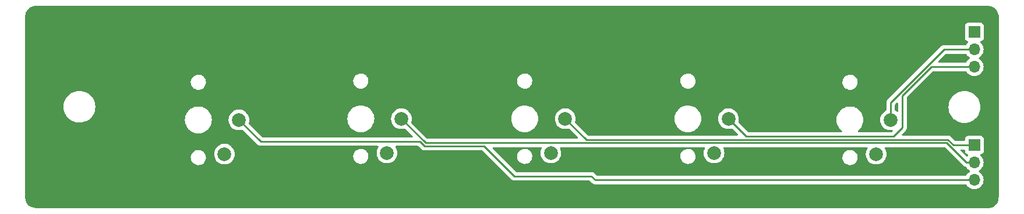
<source format=gbr>
%TF.GenerationSoftware,KiCad,Pcbnew,7.0.1*%
%TF.CreationDate,2023-12-15T14:23:58-05:00*%
%TF.ProjectId,fret,66726574-2e6b-4696-9361-645f70636258,rev?*%
%TF.SameCoordinates,Original*%
%TF.FileFunction,Copper,L2,Bot*%
%TF.FilePolarity,Positive*%
%FSLAX46Y46*%
G04 Gerber Fmt 4.6, Leading zero omitted, Abs format (unit mm)*
G04 Created by KiCad (PCBNEW 7.0.1) date 2023-12-15 14:23:58*
%MOMM*%
%LPD*%
G01*
G04 APERTURE LIST*
%TA.AperFunction,ComponentPad*%
%ADD10C,2.000000*%
%TD*%
%TA.AperFunction,ComponentPad*%
%ADD11R,1.700000X1.700000*%
%TD*%
%TA.AperFunction,ComponentPad*%
%ADD12O,1.700000X1.700000*%
%TD*%
%TA.AperFunction,Conductor*%
%ADD13C,0.250000*%
%TD*%
G04 APERTURE END LIST*
D10*
%TO.P,SW5,2,2*%
%TO.N,gnd*%
X204968000Y-98864000D03*
%TO.P,SW5,1,1*%
%TO.N,orange*%
X207068000Y-93864000D03*
%TD*%
%TO.P,SW4,1,1*%
%TO.N,blue*%
X183500000Y-93698000D03*
%TO.P,SW4,2,2*%
%TO.N,gnd*%
X181400000Y-98698000D03*
%TD*%
D11*
%TO.P,J1,1,Pin_1*%
%TO.N,yellow*%
X219227000Y-97551000D03*
D12*
%TO.P,J1,2,Pin_2*%
%TO.N,red*%
X219227000Y-100091000D03*
%TO.P,J1,3,Pin_3*%
%TO.N,green*%
X219227000Y-102631000D03*
%TD*%
D10*
%TO.P,SW2,2,2*%
%TO.N,gnd*%
X133856000Y-98698000D03*
%TO.P,SW2,1,1*%
%TO.N,red*%
X135956000Y-93698000D03*
%TD*%
D11*
%TO.P,J2,1,Pin_1*%
%TO.N,gnd*%
X219227000Y-81041000D03*
D12*
%TO.P,J2,2,Pin_2*%
%TO.N,orange*%
X219227000Y-83581000D03*
%TO.P,J2,3,Pin_3*%
%TO.N,blue*%
X219227000Y-86121000D03*
%TD*%
D10*
%TO.P,SW3,2,2*%
%TO.N,gnd*%
X157678000Y-98698000D03*
%TO.P,SW3,1,1*%
%TO.N,yellow*%
X159778000Y-93698000D03*
%TD*%
%TO.P,SW1,1,1*%
%TO.N,green*%
X112342000Y-93864000D03*
%TO.P,SW1,2,2*%
%TO.N,gnd*%
X110242000Y-98864000D03*
%TD*%
D13*
%TO.N,green*%
X164099000Y-102631000D02*
X219227000Y-102631000D01*
X163576000Y-102108000D02*
X164099000Y-102631000D01*
X152400000Y-102108000D02*
X163576000Y-102108000D01*
X147966000Y-97674000D02*
X152400000Y-102108000D01*
X139295604Y-97674000D02*
X147966000Y-97674000D01*
X138649604Y-97028000D02*
X139295604Y-97674000D01*
X115506000Y-97028000D02*
X138649604Y-97028000D01*
X112342000Y-93864000D02*
X115506000Y-97028000D01*
%TO.N,red*%
X218072604Y-100091000D02*
X219227000Y-100091000D01*
X139482000Y-97224000D02*
X215205604Y-97224000D01*
X215205604Y-97224000D02*
X218072604Y-100091000D01*
X135956000Y-93698000D02*
X139482000Y-97224000D01*
%TO.N,yellow*%
X215392000Y-96774000D02*
X216169000Y-97551000D01*
X162854000Y-96774000D02*
X215392000Y-96774000D01*
X216169000Y-97551000D02*
X219227000Y-97551000D01*
X159778000Y-93698000D02*
X162854000Y-96774000D01*
%TO.N,blue*%
X186068000Y-96266000D02*
X183500000Y-93698000D01*
X207518000Y-96266000D02*
X186068000Y-96266000D01*
X208788000Y-94996000D02*
X207518000Y-96266000D01*
X208788000Y-90298396D02*
X208788000Y-94996000D01*
X212965396Y-86121000D02*
X208788000Y-90298396D01*
X219227000Y-86121000D02*
X212965396Y-86121000D01*
%TO.N,orange*%
X214884000Y-83566000D02*
X214899000Y-83581000D01*
X214899000Y-83581000D02*
X219227000Y-83581000D01*
X207068000Y-91382000D02*
X214884000Y-83566000D01*
X207068000Y-93864000D02*
X207068000Y-91382000D01*
%TD*%
%TA.AperFunction,NonConductor*%
G36*
X221361279Y-77242623D02*
G01*
X221657544Y-77298173D01*
X221663160Y-77299226D01*
X221676412Y-77302474D01*
X221887463Y-77366706D01*
X221911109Y-77376680D01*
X221970851Y-77409538D01*
X222092074Y-77476211D01*
X222106716Y-77485662D01*
X222292615Y-77625086D01*
X222305896Y-77636604D01*
X222410188Y-77740895D01*
X222426813Y-77761523D01*
X222595951Y-78024625D01*
X222602554Y-78036225D01*
X222673683Y-78178486D01*
X222682806Y-78202821D01*
X222747494Y-78452331D01*
X222750504Y-78468070D01*
X222778544Y-78692392D01*
X222779502Y-78707725D01*
X222789497Y-105094795D01*
X222789069Y-105105139D01*
X222769874Y-105335484D01*
X222768816Y-105344330D01*
X222721573Y-105646687D01*
X222714698Y-105672307D01*
X222604984Y-105955737D01*
X222590930Y-105982083D01*
X222401136Y-106253218D01*
X222373542Y-106281614D01*
X222012432Y-106550131D01*
X221985111Y-106565508D01*
X221692970Y-106684189D01*
X221665893Y-106691750D01*
X221435572Y-106728601D01*
X221424230Y-106729883D01*
X221284113Y-106739225D01*
X221275864Y-106739500D01*
X82836899Y-106739500D01*
X82823205Y-106738742D01*
X82480120Y-106700620D01*
X82460380Y-106696786D01*
X82231595Y-106632727D01*
X82209575Y-106624228D01*
X81988652Y-106513767D01*
X81972597Y-106504162D01*
X81816156Y-106393733D01*
X81804982Y-106384839D01*
X81633009Y-106230968D01*
X81611250Y-106205401D01*
X81467782Y-105981233D01*
X81455775Y-105956999D01*
X81315793Y-105574380D01*
X81308903Y-105544537D01*
X81281158Y-105276337D01*
X81280500Y-105263577D01*
X81280500Y-99311396D01*
X105337746Y-99311396D01*
X105347746Y-99521330D01*
X105397297Y-99725580D01*
X105484602Y-99916752D01*
X105591584Y-100066986D01*
X105606514Y-100087952D01*
X105758622Y-100232986D01*
X105830964Y-100279478D01*
X105935425Y-100346612D01*
X105974580Y-100362287D01*
X106130543Y-100424725D01*
X106259228Y-100449527D01*
X106336914Y-100464500D01*
X106336915Y-100464500D01*
X106494420Y-100464500D01*
X106494425Y-100464500D01*
X106651218Y-100449528D01*
X106852875Y-100390316D01*
X107039682Y-100294011D01*
X107204886Y-100164092D01*
X107342519Y-100005256D01*
X107447604Y-99823244D01*
X107516344Y-99624633D01*
X107546254Y-99416602D01*
X107536254Y-99206670D01*
X107486704Y-99002424D01*
X107478123Y-98983634D01*
X107423488Y-98863999D01*
X108736356Y-98863999D01*
X108756891Y-99111816D01*
X108756891Y-99111819D01*
X108756892Y-99111821D01*
X108817937Y-99352881D01*
X108844382Y-99413170D01*
X108917825Y-99580604D01*
X108917827Y-99580607D01*
X109053836Y-99788785D01*
X109222256Y-99971738D01*
X109222259Y-99971740D01*
X109418485Y-100124470D01*
X109418487Y-100124471D01*
X109418491Y-100124474D01*
X109637190Y-100242828D01*
X109872386Y-100323571D01*
X110117665Y-100364500D01*
X110366335Y-100364500D01*
X110611614Y-100323571D01*
X110846810Y-100242828D01*
X111065509Y-100124474D01*
X111261744Y-99971738D01*
X111430164Y-99788785D01*
X111566173Y-99580607D01*
X111666063Y-99352881D01*
X111718605Y-99145398D01*
X128951746Y-99145398D01*
X128955281Y-99219599D01*
X128961746Y-99355330D01*
X129011297Y-99559580D01*
X129098602Y-99750752D01*
X129173259Y-99855592D01*
X129220514Y-99921952D01*
X129372622Y-100066986D01*
X129444964Y-100113478D01*
X129549425Y-100180612D01*
X129588580Y-100196287D01*
X129744543Y-100258725D01*
X129873228Y-100283527D01*
X129950914Y-100298500D01*
X129950915Y-100298500D01*
X130108420Y-100298500D01*
X130108425Y-100298500D01*
X130265218Y-100283528D01*
X130466875Y-100224316D01*
X130653682Y-100128011D01*
X130818886Y-99998092D01*
X130956519Y-99839256D01*
X131061604Y-99657244D01*
X131130344Y-99458633D01*
X131160254Y-99250602D01*
X131150254Y-99040670D01*
X131100704Y-98836424D01*
X131089206Y-98811247D01*
X131013397Y-98645247D01*
X130891487Y-98474050D01*
X130891486Y-98474048D01*
X130739378Y-98329014D01*
X130695010Y-98300500D01*
X130562574Y-98215387D01*
X130399650Y-98150163D01*
X130367457Y-98137275D01*
X130367456Y-98137274D01*
X130367454Y-98137274D01*
X130161086Y-98097500D01*
X130161085Y-98097500D01*
X130003575Y-98097500D01*
X129905579Y-98106857D01*
X129846779Y-98112472D01*
X129645126Y-98171683D01*
X129458315Y-98267990D01*
X129293115Y-98397906D01*
X129155479Y-98556745D01*
X129050396Y-98738754D01*
X128981655Y-98937366D01*
X128951746Y-99145396D01*
X128951746Y-99145398D01*
X111718605Y-99145398D01*
X111727108Y-99111821D01*
X111747643Y-98864000D01*
X111727108Y-98616179D01*
X111666063Y-98375119D01*
X111566173Y-98147393D01*
X111430164Y-97939215D01*
X111261744Y-97756262D01*
X111213206Y-97718483D01*
X111065514Y-97603529D01*
X111065510Y-97603526D01*
X111065509Y-97603526D01*
X110846810Y-97485172D01*
X110846806Y-97485170D01*
X110846805Y-97485170D01*
X110611615Y-97404429D01*
X110366335Y-97363500D01*
X110117665Y-97363500D01*
X109872384Y-97404429D01*
X109637194Y-97485170D01*
X109637190Y-97485171D01*
X109637190Y-97485172D01*
X109613264Y-97498120D01*
X109418485Y-97603529D01*
X109222259Y-97756259D01*
X109222256Y-97756261D01*
X109222256Y-97756262D01*
X109098304Y-97890910D01*
X109053837Y-97939214D01*
X108917825Y-98147395D01*
X108833860Y-98338818D01*
X108817937Y-98375119D01*
X108770129Y-98563908D01*
X108756891Y-98616183D01*
X108736356Y-98863999D01*
X107423488Y-98863999D01*
X107399397Y-98811247D01*
X107281188Y-98645247D01*
X107277486Y-98640048D01*
X107125378Y-98495014D01*
X107092754Y-98474048D01*
X106948574Y-98381387D01*
X106767605Y-98308939D01*
X106753457Y-98303275D01*
X106753456Y-98303274D01*
X106753454Y-98303274D01*
X106547086Y-98263500D01*
X106547085Y-98263500D01*
X106389575Y-98263500D01*
X106291579Y-98272857D01*
X106232779Y-98278472D01*
X106031126Y-98337683D01*
X105844315Y-98433990D01*
X105679115Y-98563906D01*
X105541479Y-98722745D01*
X105436396Y-98904754D01*
X105367655Y-99103366D01*
X105337746Y-99311396D01*
X81280500Y-99311396D01*
X81280500Y-91947999D01*
X86835286Y-91947999D01*
X86855123Y-92250659D01*
X86914293Y-92548125D01*
X87011787Y-92835333D01*
X87145934Y-93107356D01*
X87283392Y-93313077D01*
X87314441Y-93359544D01*
X87514422Y-93587578D01*
X87640333Y-93697999D01*
X87742456Y-93787559D01*
X87994643Y-93956065D01*
X88266666Y-94090212D01*
X88410269Y-94138958D01*
X88553873Y-94187706D01*
X88653941Y-94207610D01*
X88851340Y-94246876D01*
X88851342Y-94246876D01*
X88851347Y-94246877D01*
X89154000Y-94266714D01*
X89456653Y-94246877D01*
X89456657Y-94246876D01*
X89456659Y-94246876D01*
X89581487Y-94222046D01*
X89754127Y-94187706D01*
X90041333Y-94090212D01*
X90313357Y-93956065D01*
X90451143Y-93863999D01*
X104486517Y-93863999D01*
X104506422Y-94142294D01*
X104565727Y-94414918D01*
X104565729Y-94414923D01*
X104663231Y-94676337D01*
X104663233Y-94676340D01*
X104796942Y-94921211D01*
X104834766Y-94971738D01*
X104964145Y-95144568D01*
X105161432Y-95341855D01*
X105311844Y-95454452D01*
X105384788Y-95509057D01*
X105472331Y-95556858D01*
X105629663Y-95642769D01*
X105891077Y-95740271D01*
X105891080Y-95740271D01*
X105891081Y-95740272D01*
X105929883Y-95748712D01*
X106163706Y-95799578D01*
X106357420Y-95813432D01*
X106372342Y-95814500D01*
X106372343Y-95814500D01*
X106511657Y-95814500D01*
X106511658Y-95814500D01*
X106525583Y-95813503D01*
X106720294Y-95799578D01*
X106992923Y-95740271D01*
X107254337Y-95642769D01*
X107499213Y-95509056D01*
X107722568Y-95341855D01*
X107919855Y-95144568D01*
X108087056Y-94921213D01*
X108220769Y-94676337D01*
X108318271Y-94414923D01*
X108377578Y-94142294D01*
X108397482Y-93864000D01*
X110836356Y-93864000D01*
X110856891Y-94111816D01*
X110856891Y-94111819D01*
X110856892Y-94111821D01*
X110917937Y-94352881D01*
X110945011Y-94414604D01*
X111017825Y-94580604D01*
X111017827Y-94580607D01*
X111153836Y-94788785D01*
X111322256Y-94971738D01*
X111331034Y-94978570D01*
X111518485Y-95124470D01*
X111518487Y-95124471D01*
X111518491Y-95124474D01*
X111737190Y-95242828D01*
X111972386Y-95323571D01*
X112217665Y-95364500D01*
X112466335Y-95364500D01*
X112711614Y-95323571D01*
X112791287Y-95296218D01*
X112859496Y-95292691D01*
X112919229Y-95325819D01*
X115005197Y-97411787D01*
X115018098Y-97427889D01*
X115020212Y-97429874D01*
X115020214Y-97429877D01*
X115067561Y-97474339D01*
X115069240Y-97475916D01*
X115072035Y-97478625D01*
X115091530Y-97498120D01*
X115094704Y-97500582D01*
X115103568Y-97508153D01*
X115135418Y-97538062D01*
X115145914Y-97543832D01*
X115152974Y-97547714D01*
X115169231Y-97558392D01*
X115185064Y-97570674D01*
X115201185Y-97577649D01*
X115225156Y-97588023D01*
X115235643Y-97593160D01*
X115273908Y-97614197D01*
X115293316Y-97619180D01*
X115311710Y-97625478D01*
X115330105Y-97633438D01*
X115373254Y-97640271D01*
X115384680Y-97642638D01*
X115400222Y-97646629D01*
X115426980Y-97653500D01*
X115426981Y-97653500D01*
X115447016Y-97653500D01*
X115466413Y-97655026D01*
X115486196Y-97658160D01*
X115529674Y-97654050D01*
X115541344Y-97653500D01*
X132516918Y-97653500D01*
X132580392Y-97670977D01*
X132625973Y-97718483D01*
X132640812Y-97782624D01*
X132620727Y-97845319D01*
X132584602Y-97900615D01*
X132531825Y-97981395D01*
X132446245Y-98176500D01*
X132431937Y-98209119D01*
X132371223Y-98448872D01*
X132370891Y-98450183D01*
X132350356Y-98698000D01*
X132370891Y-98945816D01*
X132370891Y-98945819D01*
X132370892Y-98945821D01*
X132431937Y-99186881D01*
X132459888Y-99250602D01*
X132531825Y-99414604D01*
X132531827Y-99414607D01*
X132667836Y-99622785D01*
X132836256Y-99805738D01*
X132836259Y-99805740D01*
X133032485Y-99958470D01*
X133032487Y-99958471D01*
X133032491Y-99958474D01*
X133251190Y-100076828D01*
X133486386Y-100157571D01*
X133731665Y-100198500D01*
X133980335Y-100198500D01*
X134225614Y-100157571D01*
X134460810Y-100076828D01*
X134679509Y-99958474D01*
X134875744Y-99805738D01*
X135044164Y-99622785D01*
X135180173Y-99414607D01*
X135280063Y-99186881D01*
X135341108Y-98945821D01*
X135361643Y-98698000D01*
X135341108Y-98450179D01*
X135280063Y-98209119D01*
X135180173Y-97981393D01*
X135091272Y-97845319D01*
X135071188Y-97782624D01*
X135086027Y-97718483D01*
X135131608Y-97670977D01*
X135195082Y-97653500D01*
X138339152Y-97653500D01*
X138386605Y-97662939D01*
X138426832Y-97689818D01*
X138622832Y-97885819D01*
X138794800Y-98057787D01*
X138807700Y-98073888D01*
X138858827Y-98121900D01*
X138861624Y-98124611D01*
X138881133Y-98144120D01*
X138884315Y-98146588D01*
X138893175Y-98154155D01*
X138925022Y-98184062D01*
X138935851Y-98190015D01*
X138942576Y-98193712D01*
X138958840Y-98204396D01*
X138970576Y-98213499D01*
X138974668Y-98216673D01*
X138999513Y-98227424D01*
X139014756Y-98234021D01*
X139025235Y-98239154D01*
X139063512Y-98260197D01*
X139082910Y-98265177D01*
X139101312Y-98271477D01*
X139119708Y-98279438D01*
X139162865Y-98286273D01*
X139174268Y-98288634D01*
X139216585Y-98299500D01*
X139236620Y-98299500D01*
X139256017Y-98301026D01*
X139275800Y-98304160D01*
X139319278Y-98300050D01*
X139330948Y-98299500D01*
X147655548Y-98299500D01*
X147703001Y-98308939D01*
X147743229Y-98335819D01*
X151899196Y-102491787D01*
X151912096Y-102507888D01*
X151963223Y-102555900D01*
X151966020Y-102558611D01*
X151985529Y-102578120D01*
X151988711Y-102580588D01*
X151997571Y-102588155D01*
X152029418Y-102618062D01*
X152046972Y-102627712D01*
X152063236Y-102638396D01*
X152074972Y-102647499D01*
X152079064Y-102650673D01*
X152103909Y-102661424D01*
X152119152Y-102668021D01*
X152129631Y-102673154D01*
X152167908Y-102694197D01*
X152187306Y-102699177D01*
X152205708Y-102705477D01*
X152224104Y-102713438D01*
X152267261Y-102720273D01*
X152278664Y-102722634D01*
X152320981Y-102733500D01*
X152341016Y-102733500D01*
X152360413Y-102735026D01*
X152380196Y-102738160D01*
X152423674Y-102734050D01*
X152435344Y-102733500D01*
X163265548Y-102733500D01*
X163313001Y-102742939D01*
X163353229Y-102769819D01*
X163598197Y-103014787D01*
X163611098Y-103030889D01*
X163613212Y-103032874D01*
X163613214Y-103032877D01*
X163660561Y-103077339D01*
X163662240Y-103078916D01*
X163665035Y-103081625D01*
X163684530Y-103101120D01*
X163687704Y-103103582D01*
X163696568Y-103111153D01*
X163728418Y-103141062D01*
X163738914Y-103146832D01*
X163745974Y-103150714D01*
X163762231Y-103161392D01*
X163778064Y-103173674D01*
X163794185Y-103180649D01*
X163818156Y-103191023D01*
X163828643Y-103196160D01*
X163866908Y-103217197D01*
X163886316Y-103222180D01*
X163904710Y-103228478D01*
X163923105Y-103236438D01*
X163966254Y-103243271D01*
X163977680Y-103245638D01*
X163993222Y-103249629D01*
X164019980Y-103256500D01*
X164019981Y-103256500D01*
X164040016Y-103256500D01*
X164059413Y-103258026D01*
X164079196Y-103261160D01*
X164122674Y-103257050D01*
X164134344Y-103256500D01*
X217951773Y-103256500D01*
X218009030Y-103270511D01*
X218053346Y-103309374D01*
X218188505Y-103502401D01*
X218355599Y-103669495D01*
X218549170Y-103805035D01*
X218763337Y-103904903D01*
X218991592Y-103966063D01*
X219227000Y-103986659D01*
X219462408Y-103966063D01*
X219690663Y-103904903D01*
X219904830Y-103805035D01*
X220098401Y-103669495D01*
X220265495Y-103502401D01*
X220401035Y-103308830D01*
X220500903Y-103094663D01*
X220562063Y-102866408D01*
X220582659Y-102631000D01*
X220562063Y-102395592D01*
X220500903Y-102167337D01*
X220401035Y-101953171D01*
X220265495Y-101759599D01*
X220098401Y-101592505D01*
X219912839Y-101462573D01*
X219873975Y-101418257D01*
X219859964Y-101361000D01*
X219873975Y-101303743D01*
X219912839Y-101259426D01*
X220098401Y-101129495D01*
X220265495Y-100962401D01*
X220401035Y-100768830D01*
X220500903Y-100554663D01*
X220562063Y-100326408D01*
X220582659Y-100091000D01*
X220562063Y-99855592D01*
X220500903Y-99627337D01*
X220401035Y-99413171D01*
X220265495Y-99219599D01*
X220143569Y-99097673D01*
X220112273Y-99044927D01*
X220110084Y-98983634D01*
X220137537Y-98928789D01*
X220187916Y-98893810D01*
X220319331Y-98844796D01*
X220434546Y-98758546D01*
X220520796Y-98643331D01*
X220571091Y-98508483D01*
X220577500Y-98448873D01*
X220577499Y-96653128D01*
X220571091Y-96593517D01*
X220520796Y-96458669D01*
X220434546Y-96343454D01*
X220319331Y-96257204D01*
X220184483Y-96206909D01*
X220124873Y-96200500D01*
X220124869Y-96200500D01*
X218329130Y-96200500D01*
X218269515Y-96206909D01*
X218134669Y-96257204D01*
X218019454Y-96343454D01*
X217933204Y-96458668D01*
X217882909Y-96593516D01*
X217876500Y-96653131D01*
X217876500Y-96801500D01*
X217859887Y-96863500D01*
X217814500Y-96908887D01*
X217752500Y-96925500D01*
X216479452Y-96925500D01*
X216431999Y-96916061D01*
X216391771Y-96889181D01*
X215892802Y-96390211D01*
X215879906Y-96374113D01*
X215828775Y-96326098D01*
X215825978Y-96323387D01*
X215806470Y-96303879D01*
X215803290Y-96301412D01*
X215794424Y-96293839D01*
X215762582Y-96263938D01*
X215745024Y-96254285D01*
X215728764Y-96243604D01*
X215712936Y-96231327D01*
X215672851Y-96213980D01*
X215662361Y-96208841D01*
X215624091Y-96187802D01*
X215604691Y-96182821D01*
X215586284Y-96176519D01*
X215567897Y-96168562D01*
X215524758Y-96161729D01*
X215513324Y-96159361D01*
X215471019Y-96148500D01*
X215450984Y-96148500D01*
X215431586Y-96146973D01*
X215424162Y-96145797D01*
X215411805Y-96143840D01*
X215411804Y-96143840D01*
X215378751Y-96146964D01*
X215368325Y-96147950D01*
X215356656Y-96148500D01*
X208819452Y-96148500D01*
X208763157Y-96134985D01*
X208719134Y-96097385D01*
X208696979Y-96043898D01*
X208701521Y-95986182D01*
X208731771Y-95936819D01*
X208928319Y-95740271D01*
X209171789Y-95496800D01*
X209187885Y-95483906D01*
X209189873Y-95481787D01*
X209189877Y-95481786D01*
X209235948Y-95432723D01*
X209238566Y-95430023D01*
X209258120Y-95410471D01*
X209260581Y-95407298D01*
X209268156Y-95398427D01*
X209298062Y-95366582D01*
X209307717Y-95349018D01*
X209318394Y-95332764D01*
X209330673Y-95316936D01*
X209348018Y-95276852D01*
X209353160Y-95266356D01*
X209374197Y-95228092D01*
X209379179Y-95208684D01*
X209385481Y-95190280D01*
X209393437Y-95171896D01*
X209400269Y-95128752D01*
X209402633Y-95117338D01*
X209413500Y-95075019D01*
X209413500Y-95054984D01*
X209415027Y-95035585D01*
X209415068Y-95035321D01*
X209418160Y-95015804D01*
X209414050Y-94972325D01*
X209413500Y-94960656D01*
X209413500Y-91999999D01*
X215475039Y-91999999D01*
X215494929Y-92303474D01*
X215554259Y-92601744D01*
X215652014Y-92889721D01*
X215786524Y-93162480D01*
X215928604Y-93375119D01*
X215955484Y-93415347D01*
X216156004Y-93643996D01*
X216319706Y-93787559D01*
X216384653Y-93844516D01*
X216637519Y-94013475D01*
X216910278Y-94147985D01*
X217198255Y-94245740D01*
X217496525Y-94305070D01*
X217496527Y-94305070D01*
X217496532Y-94305071D01*
X217800000Y-94324961D01*
X218103468Y-94305071D01*
X218103472Y-94305070D01*
X218103474Y-94305070D01*
X218401744Y-94245740D01*
X218689721Y-94147985D01*
X218689720Y-94147985D01*
X218689724Y-94147984D01*
X218962481Y-94013475D01*
X219215347Y-93844516D01*
X219443996Y-93643996D01*
X219644516Y-93415347D01*
X219813475Y-93162481D01*
X219947984Y-92889724D01*
X220045740Y-92601744D01*
X220048025Y-92590259D01*
X220105070Y-92303474D01*
X220105070Y-92303472D01*
X220105071Y-92303468D01*
X220124961Y-92000000D01*
X220105071Y-91696532D01*
X220104259Y-91692452D01*
X220045740Y-91398255D01*
X219947985Y-91110278D01*
X219813475Y-90837520D01*
X219644516Y-90584653D01*
X219620691Y-90557486D01*
X219443996Y-90356004D01*
X219215347Y-90155484D01*
X219144940Y-90108440D01*
X218962480Y-89986524D01*
X218689721Y-89852014D01*
X218401744Y-89754259D01*
X218103474Y-89694929D01*
X217800000Y-89675039D01*
X217496525Y-89694929D01*
X217198255Y-89754259D01*
X216910278Y-89852014D01*
X216637520Y-89986524D01*
X216384653Y-90155483D01*
X216156004Y-90356004D01*
X215955483Y-90584653D01*
X215786524Y-90837520D01*
X215652014Y-91110278D01*
X215554259Y-91398255D01*
X215494929Y-91696525D01*
X215475039Y-91999999D01*
X209413500Y-91999999D01*
X209413500Y-90608848D01*
X209422939Y-90561395D01*
X209449819Y-90521167D01*
X213188168Y-86782819D01*
X213228396Y-86755939D01*
X213275849Y-86746500D01*
X217951773Y-86746500D01*
X218009030Y-86760511D01*
X218053346Y-86799374D01*
X218188505Y-86992401D01*
X218355599Y-87159495D01*
X218549170Y-87295035D01*
X218763337Y-87394903D01*
X218991592Y-87456063D01*
X219226999Y-87476659D01*
X219226999Y-87476658D01*
X219227000Y-87476659D01*
X219462408Y-87456063D01*
X219690663Y-87394903D01*
X219904830Y-87295035D01*
X220098401Y-87159495D01*
X220265495Y-86992401D01*
X220401035Y-86798830D01*
X220500903Y-86584663D01*
X220562063Y-86356408D01*
X220582659Y-86121000D01*
X220562063Y-85885592D01*
X220500903Y-85657337D01*
X220401035Y-85443171D01*
X220265495Y-85249599D01*
X220098401Y-85082505D01*
X219912839Y-84952573D01*
X219873975Y-84908257D01*
X219859964Y-84851000D01*
X219873975Y-84793743D01*
X219912839Y-84749426D01*
X220098401Y-84619495D01*
X220265495Y-84452401D01*
X220401035Y-84258830D01*
X220500903Y-84044663D01*
X220562063Y-83816408D01*
X220582659Y-83581000D01*
X220562063Y-83345592D01*
X220500903Y-83117337D01*
X220401035Y-82903171D01*
X220265495Y-82709599D01*
X220143569Y-82587672D01*
X220112273Y-82534927D01*
X220110084Y-82473634D01*
X220137537Y-82418789D01*
X220187916Y-82383810D01*
X220319331Y-82334796D01*
X220434546Y-82248546D01*
X220520796Y-82133331D01*
X220571091Y-81998483D01*
X220577500Y-81938873D01*
X220577499Y-80143128D01*
X220571091Y-80083517D01*
X220520796Y-79948669D01*
X220434546Y-79833454D01*
X220319331Y-79747204D01*
X220184483Y-79696909D01*
X220124873Y-79690500D01*
X220124869Y-79690500D01*
X218329130Y-79690500D01*
X218269515Y-79696909D01*
X218134669Y-79747204D01*
X218019454Y-79833454D01*
X217933204Y-79948668D01*
X217882909Y-80083516D01*
X217876500Y-80143130D01*
X217876500Y-81938869D01*
X217882909Y-81998483D01*
X217933204Y-82133331D01*
X218019454Y-82248546D01*
X218134669Y-82334796D01*
X218246907Y-82376658D01*
X218266082Y-82383810D01*
X218316462Y-82418789D01*
X218343915Y-82473634D01*
X218341726Y-82534926D01*
X218310431Y-82587673D01*
X218188503Y-82709601D01*
X218053349Y-82902623D01*
X218009031Y-82941489D01*
X217951774Y-82955500D01*
X215037692Y-82955500D01*
X215018294Y-82953973D01*
X215005098Y-82951883D01*
X214997447Y-82950424D01*
X214943329Y-82938327D01*
X214935165Y-82938584D01*
X214911883Y-82937119D01*
X214903804Y-82935839D01*
X214848579Y-82941059D01*
X214840808Y-82941548D01*
X214785368Y-82943290D01*
X214777520Y-82945571D01*
X214754605Y-82949943D01*
X214746467Y-82950712D01*
X214694285Y-82969498D01*
X214686882Y-82971904D01*
X214633609Y-82987381D01*
X214626567Y-82991546D01*
X214605471Y-83001473D01*
X214597772Y-83004245D01*
X214551895Y-83035422D01*
X214545323Y-83039593D01*
X214497576Y-83067831D01*
X214491795Y-83073612D01*
X214473824Y-83088480D01*
X214467062Y-83093075D01*
X214430376Y-83134686D01*
X214425045Y-83140362D01*
X206684208Y-90881199D01*
X206668110Y-90894096D01*
X206620096Y-90945225D01*
X206617391Y-90948017D01*
X206597874Y-90967534D01*
X206595415Y-90970705D01*
X206587842Y-90979572D01*
X206557935Y-91011420D01*
X206548285Y-91028974D01*
X206537609Y-91045228D01*
X206525326Y-91061063D01*
X206507975Y-91101158D01*
X206502838Y-91111644D01*
X206481802Y-91149907D01*
X206476821Y-91169309D01*
X206470520Y-91187711D01*
X206462561Y-91206102D01*
X206455728Y-91249242D01*
X206453360Y-91260674D01*
X206442500Y-91302978D01*
X206442500Y-91323016D01*
X206440973Y-91342413D01*
X206437840Y-91362196D01*
X206441249Y-91398255D01*
X206441950Y-91405675D01*
X206442500Y-91417344D01*
X206442500Y-92422481D01*
X206425023Y-92485955D01*
X206377519Y-92531534D01*
X206323440Y-92560801D01*
X206244485Y-92603529D01*
X206048259Y-92756259D01*
X206048256Y-92756261D01*
X206048256Y-92756262D01*
X205925396Y-92889724D01*
X205879837Y-92939214D01*
X205743825Y-93147395D01*
X205716752Y-93209117D01*
X205643937Y-93375119D01*
X205632646Y-93419706D01*
X205582891Y-93616183D01*
X205562356Y-93864000D01*
X205582891Y-94111816D01*
X205582891Y-94111819D01*
X205582892Y-94111821D01*
X205643937Y-94352881D01*
X205671011Y-94414604D01*
X205743825Y-94580604D01*
X205743827Y-94580607D01*
X205879836Y-94788785D01*
X206048256Y-94971738D01*
X206057034Y-94978570D01*
X206244485Y-95124470D01*
X206244487Y-95124471D01*
X206244491Y-95124474D01*
X206463190Y-95242828D01*
X206698386Y-95323571D01*
X206943665Y-95364500D01*
X207192333Y-95364500D01*
X207192335Y-95364500D01*
X207221734Y-95359594D01*
X207283373Y-95364958D01*
X207334748Y-95399439D01*
X207363066Y-95454452D01*
X207361277Y-95516300D01*
X207329826Y-95569582D01*
X207295226Y-95604182D01*
X207255001Y-95631061D01*
X207207547Y-95640500D01*
X202422185Y-95640500D01*
X202362758Y-95625332D01*
X202317870Y-95583540D01*
X202298501Y-95525346D01*
X202309391Y-95464989D01*
X202347873Y-95417233D01*
X202448568Y-95341855D01*
X202645855Y-95144568D01*
X202813056Y-94921213D01*
X202946769Y-94676337D01*
X203044271Y-94414923D01*
X203103578Y-94142294D01*
X203123482Y-93864000D01*
X203103578Y-93585706D01*
X203044271Y-93313077D01*
X202946769Y-93051663D01*
X202829810Y-92837469D01*
X202813057Y-92806788D01*
X202688790Y-92640787D01*
X202645855Y-92583432D01*
X202448568Y-92386145D01*
X202336890Y-92302544D01*
X202225211Y-92218942D01*
X202050124Y-92123338D01*
X201980337Y-92085231D01*
X201718923Y-91987729D01*
X201718918Y-91987727D01*
X201446294Y-91928422D01*
X201237658Y-91913500D01*
X201237657Y-91913500D01*
X201098343Y-91913500D01*
X201098342Y-91913500D01*
X200889705Y-91928422D01*
X200617081Y-91987727D01*
X200486369Y-92036480D01*
X200355663Y-92085231D01*
X200355660Y-92085232D01*
X200355659Y-92085233D01*
X200110788Y-92218942D01*
X199887429Y-92386147D01*
X199690147Y-92583429D01*
X199522942Y-92806788D01*
X199427601Y-92981393D01*
X199389231Y-93051663D01*
X199353644Y-93147077D01*
X199291727Y-93313081D01*
X199232422Y-93585705D01*
X199212517Y-93864000D01*
X199232422Y-94142294D01*
X199291727Y-94414918D01*
X199291729Y-94414923D01*
X199389231Y-94676337D01*
X199389233Y-94676340D01*
X199522942Y-94921211D01*
X199560766Y-94971738D01*
X199690145Y-95144568D01*
X199887432Y-95341855D01*
X199988126Y-95417233D01*
X200026609Y-95464989D01*
X200037499Y-95525346D01*
X200018130Y-95583540D01*
X199973242Y-95625332D01*
X199913815Y-95640500D01*
X186378453Y-95640500D01*
X186331000Y-95631061D01*
X186290772Y-95604181D01*
X184963661Y-94277070D01*
X184931791Y-94222307D01*
X184931136Y-94158949D01*
X184985108Y-93945821D01*
X185005643Y-93698000D01*
X184985108Y-93450179D01*
X184924063Y-93209119D01*
X184824173Y-92981393D01*
X184688164Y-92773215D01*
X184519744Y-92590262D01*
X184465609Y-92548127D01*
X184323514Y-92437529D01*
X184323510Y-92437526D01*
X184323509Y-92437526D01*
X184104810Y-92319172D01*
X184104806Y-92319170D01*
X184104805Y-92319170D01*
X183869615Y-92238429D01*
X183624335Y-92197500D01*
X183375665Y-92197500D01*
X183130384Y-92238429D01*
X182895194Y-92319170D01*
X182676485Y-92437529D01*
X182480259Y-92590259D01*
X182480256Y-92590261D01*
X182480256Y-92590262D01*
X182311836Y-92773215D01*
X182289902Y-92806788D01*
X182175825Y-92981395D01*
X182097705Y-93159492D01*
X182075937Y-93209119D01*
X182023713Y-93415346D01*
X182014891Y-93450183D01*
X181994356Y-93697999D01*
X182014891Y-93945816D01*
X182014891Y-93945819D01*
X182014892Y-93945821D01*
X182075937Y-94186881D01*
X182102254Y-94246877D01*
X182175825Y-94414604D01*
X182175827Y-94414607D01*
X182311836Y-94622785D01*
X182480256Y-94805738D01*
X182480259Y-94805740D01*
X182676485Y-94958470D01*
X182676487Y-94958471D01*
X182676491Y-94958474D01*
X182895190Y-95076828D01*
X183130386Y-95157571D01*
X183375665Y-95198500D01*
X183624335Y-95198500D01*
X183869614Y-95157571D01*
X183949287Y-95130218D01*
X184017496Y-95126691D01*
X184077229Y-95159819D01*
X184854228Y-95936819D01*
X184884478Y-95986182D01*
X184889020Y-96043898D01*
X184866865Y-96097385D01*
X184822842Y-96134985D01*
X184766547Y-96148500D01*
X163164452Y-96148500D01*
X163116999Y-96139061D01*
X163076771Y-96112181D01*
X161241660Y-94277070D01*
X161209790Y-94222307D01*
X161209136Y-94158949D01*
X161263108Y-93945821D01*
X161283643Y-93698000D01*
X175644517Y-93698000D01*
X175664422Y-93976294D01*
X175723727Y-94248918D01*
X175723729Y-94248923D01*
X175821231Y-94510337D01*
X175821233Y-94510340D01*
X175954942Y-94755211D01*
X175992766Y-94805738D01*
X176122145Y-94978568D01*
X176319432Y-95175855D01*
X176420230Y-95251311D01*
X176542788Y-95343057D01*
X176582897Y-95364958D01*
X176787663Y-95476769D01*
X177049077Y-95574271D01*
X177049080Y-95574271D01*
X177049081Y-95574272D01*
X177087883Y-95582712D01*
X177321706Y-95633578D01*
X177515420Y-95647432D01*
X177530342Y-95648500D01*
X177530343Y-95648500D01*
X177669657Y-95648500D01*
X177669658Y-95648500D01*
X177683583Y-95647503D01*
X177878294Y-95633578D01*
X178150923Y-95574271D01*
X178412337Y-95476769D01*
X178657213Y-95343056D01*
X178880568Y-95175855D01*
X179077855Y-94978568D01*
X179245056Y-94755213D01*
X179378769Y-94510337D01*
X179476271Y-94248923D01*
X179535578Y-93976294D01*
X179555482Y-93698000D01*
X179535578Y-93419706D01*
X179476271Y-93147077D01*
X179378769Y-92885663D01*
X179268728Y-92684139D01*
X179245057Y-92640788D01*
X179136946Y-92496369D01*
X179077855Y-92417432D01*
X178880568Y-92220145D01*
X178768890Y-92136544D01*
X178657211Y-92052942D01*
X178465021Y-91947999D01*
X178412337Y-91919231D01*
X178150923Y-91821729D01*
X178150918Y-91821727D01*
X177878294Y-91762422D01*
X177669658Y-91747500D01*
X177669657Y-91747500D01*
X177530343Y-91747500D01*
X177530342Y-91747500D01*
X177321705Y-91762422D01*
X177049081Y-91821727D01*
X176918369Y-91870480D01*
X176787663Y-91919231D01*
X176787660Y-91919232D01*
X176787659Y-91919233D01*
X176542788Y-92052942D01*
X176319429Y-92220147D01*
X176122147Y-92417429D01*
X175954942Y-92640788D01*
X175864300Y-92806788D01*
X175821231Y-92885663D01*
X175785526Y-92981393D01*
X175723727Y-93147081D01*
X175664422Y-93419705D01*
X175644517Y-93698000D01*
X161283643Y-93698000D01*
X161263108Y-93450179D01*
X161202063Y-93209119D01*
X161102173Y-92981393D01*
X160966164Y-92773215D01*
X160797744Y-92590262D01*
X160743609Y-92548127D01*
X160601514Y-92437529D01*
X160601510Y-92437526D01*
X160601509Y-92437526D01*
X160382810Y-92319172D01*
X160382806Y-92319170D01*
X160382805Y-92319170D01*
X160147615Y-92238429D01*
X159902335Y-92197500D01*
X159653665Y-92197500D01*
X159408384Y-92238429D01*
X159173194Y-92319170D01*
X158954485Y-92437529D01*
X158758259Y-92590259D01*
X158758256Y-92590261D01*
X158758256Y-92590262D01*
X158589836Y-92773215D01*
X158567902Y-92806788D01*
X158453825Y-92981395D01*
X158375705Y-93159492D01*
X158353937Y-93209119D01*
X158301713Y-93415346D01*
X158292891Y-93450183D01*
X158272356Y-93697999D01*
X158292891Y-93945816D01*
X158292891Y-93945819D01*
X158292892Y-93945821D01*
X158353937Y-94186881D01*
X158380254Y-94246877D01*
X158453825Y-94414604D01*
X158453827Y-94414607D01*
X158589836Y-94622785D01*
X158758256Y-94805738D01*
X158758259Y-94805740D01*
X158954485Y-94958470D01*
X158954487Y-94958471D01*
X158954491Y-94958474D01*
X159173190Y-95076828D01*
X159408386Y-95157571D01*
X159653665Y-95198500D01*
X159902335Y-95198500D01*
X160147614Y-95157571D01*
X160227287Y-95130218D01*
X160295496Y-95126691D01*
X160355229Y-95159819D01*
X161582228Y-96386819D01*
X161612478Y-96436182D01*
X161617020Y-96493898D01*
X161594865Y-96547385D01*
X161550842Y-96584985D01*
X161494547Y-96598500D01*
X139792452Y-96598500D01*
X139744999Y-96589061D01*
X139704771Y-96562181D01*
X137419660Y-94277070D01*
X137387790Y-94222307D01*
X137387136Y-94158949D01*
X137441108Y-93945821D01*
X137461643Y-93698000D01*
X151922517Y-93698000D01*
X151942422Y-93976294D01*
X152001727Y-94248918D01*
X152001729Y-94248923D01*
X152099231Y-94510337D01*
X152099233Y-94510340D01*
X152232942Y-94755211D01*
X152270766Y-94805738D01*
X152400145Y-94978568D01*
X152597432Y-95175855D01*
X152698230Y-95251311D01*
X152820788Y-95343057D01*
X152860897Y-95364958D01*
X153065663Y-95476769D01*
X153327077Y-95574271D01*
X153327080Y-95574271D01*
X153327081Y-95574272D01*
X153365883Y-95582712D01*
X153599706Y-95633578D01*
X153793420Y-95647432D01*
X153808342Y-95648500D01*
X153808343Y-95648500D01*
X153947657Y-95648500D01*
X153947658Y-95648500D01*
X153961583Y-95647503D01*
X154156294Y-95633578D01*
X154428923Y-95574271D01*
X154690337Y-95476769D01*
X154935213Y-95343056D01*
X155158568Y-95175855D01*
X155355855Y-94978568D01*
X155523056Y-94755213D01*
X155656769Y-94510337D01*
X155754271Y-94248923D01*
X155813578Y-93976294D01*
X155833482Y-93698000D01*
X155813578Y-93419706D01*
X155754271Y-93147077D01*
X155656769Y-92885663D01*
X155546728Y-92684139D01*
X155523057Y-92640788D01*
X155414946Y-92496369D01*
X155355855Y-92417432D01*
X155158568Y-92220145D01*
X155046890Y-92136544D01*
X154935211Y-92052942D01*
X154743021Y-91947999D01*
X154690337Y-91919231D01*
X154428923Y-91821729D01*
X154428918Y-91821727D01*
X154156294Y-91762422D01*
X153947658Y-91747500D01*
X153947657Y-91747500D01*
X153808343Y-91747500D01*
X153808342Y-91747500D01*
X153599705Y-91762422D01*
X153327081Y-91821727D01*
X153196369Y-91870480D01*
X153065663Y-91919231D01*
X153065660Y-91919232D01*
X153065659Y-91919233D01*
X152820788Y-92052942D01*
X152597429Y-92220147D01*
X152400147Y-92417429D01*
X152232942Y-92640788D01*
X152142300Y-92806788D01*
X152099231Y-92885663D01*
X152063526Y-92981393D01*
X152001727Y-93147081D01*
X151942422Y-93419705D01*
X151922517Y-93698000D01*
X137461643Y-93698000D01*
X137441108Y-93450179D01*
X137380063Y-93209119D01*
X137280173Y-92981393D01*
X137144164Y-92773215D01*
X136975744Y-92590262D01*
X136921609Y-92548127D01*
X136779514Y-92437529D01*
X136779510Y-92437526D01*
X136779509Y-92437526D01*
X136560810Y-92319172D01*
X136560806Y-92319170D01*
X136560805Y-92319170D01*
X136325615Y-92238429D01*
X136080335Y-92197500D01*
X135831665Y-92197500D01*
X135586384Y-92238429D01*
X135351194Y-92319170D01*
X135132485Y-92437529D01*
X134936259Y-92590259D01*
X134936256Y-92590261D01*
X134936256Y-92590262D01*
X134767836Y-92773215D01*
X134745902Y-92806788D01*
X134631825Y-92981395D01*
X134553705Y-93159492D01*
X134531937Y-93209119D01*
X134479713Y-93415346D01*
X134470891Y-93450183D01*
X134450356Y-93698000D01*
X134470891Y-93945816D01*
X134470891Y-93945819D01*
X134470892Y-93945821D01*
X134531937Y-94186881D01*
X134558254Y-94246877D01*
X134631825Y-94414604D01*
X134631827Y-94414607D01*
X134767836Y-94622785D01*
X134936256Y-94805738D01*
X134936259Y-94805740D01*
X135132485Y-94958470D01*
X135132487Y-94958471D01*
X135132491Y-94958474D01*
X135351190Y-95076828D01*
X135586386Y-95157571D01*
X135831665Y-95198500D01*
X136080335Y-95198500D01*
X136325614Y-95157571D01*
X136405287Y-95130218D01*
X136473496Y-95126691D01*
X136533229Y-95159819D01*
X137564228Y-96190819D01*
X137594478Y-96240182D01*
X137599020Y-96297898D01*
X137576865Y-96351385D01*
X137532842Y-96388985D01*
X137476547Y-96402500D01*
X115816452Y-96402500D01*
X115768999Y-96393061D01*
X115728771Y-96366181D01*
X113805660Y-94443070D01*
X113773790Y-94388307D01*
X113773136Y-94324950D01*
X113827108Y-94111821D01*
X113847643Y-93864000D01*
X113833888Y-93698000D01*
X128100517Y-93698000D01*
X128120422Y-93976294D01*
X128179727Y-94248918D01*
X128179729Y-94248923D01*
X128277231Y-94510337D01*
X128277233Y-94510340D01*
X128410942Y-94755211D01*
X128448766Y-94805738D01*
X128578145Y-94978568D01*
X128775432Y-95175855D01*
X128876230Y-95251311D01*
X128998788Y-95343057D01*
X129038897Y-95364958D01*
X129243663Y-95476769D01*
X129505077Y-95574271D01*
X129505080Y-95574271D01*
X129505081Y-95574272D01*
X129543883Y-95582712D01*
X129777706Y-95633578D01*
X129971420Y-95647432D01*
X129986342Y-95648500D01*
X129986343Y-95648500D01*
X130125657Y-95648500D01*
X130125658Y-95648500D01*
X130139583Y-95647503D01*
X130334294Y-95633578D01*
X130606923Y-95574271D01*
X130868337Y-95476769D01*
X131113213Y-95343056D01*
X131336568Y-95175855D01*
X131533855Y-94978568D01*
X131701056Y-94755213D01*
X131834769Y-94510337D01*
X131932271Y-94248923D01*
X131991578Y-93976294D01*
X132011482Y-93698000D01*
X131991578Y-93419706D01*
X131932271Y-93147077D01*
X131834769Y-92885663D01*
X131724728Y-92684139D01*
X131701057Y-92640788D01*
X131592946Y-92496369D01*
X131533855Y-92417432D01*
X131336568Y-92220145D01*
X131224890Y-92136544D01*
X131113211Y-92052942D01*
X130921021Y-91947999D01*
X130868337Y-91919231D01*
X130606923Y-91821729D01*
X130606918Y-91821727D01*
X130334294Y-91762422D01*
X130125658Y-91747500D01*
X130125657Y-91747500D01*
X129986343Y-91747500D01*
X129986342Y-91747500D01*
X129777705Y-91762422D01*
X129505081Y-91821727D01*
X129374369Y-91870480D01*
X129243663Y-91919231D01*
X129243660Y-91919232D01*
X129243659Y-91919233D01*
X128998788Y-92052942D01*
X128775429Y-92220147D01*
X128578147Y-92417429D01*
X128410942Y-92640788D01*
X128320300Y-92806788D01*
X128277231Y-92885663D01*
X128241526Y-92981393D01*
X128179727Y-93147081D01*
X128120422Y-93419705D01*
X128100517Y-93698000D01*
X113833888Y-93698000D01*
X113827108Y-93616179D01*
X113766063Y-93375119D01*
X113666173Y-93147393D01*
X113530164Y-92939215D01*
X113361744Y-92756262D01*
X113339612Y-92739036D01*
X113165514Y-92603529D01*
X113165510Y-92603526D01*
X113165509Y-92603526D01*
X112946810Y-92485172D01*
X112946806Y-92485170D01*
X112946805Y-92485170D01*
X112711615Y-92404429D01*
X112466335Y-92363500D01*
X112217665Y-92363500D01*
X111972384Y-92404429D01*
X111737194Y-92485170D01*
X111518485Y-92603529D01*
X111322259Y-92756259D01*
X111322256Y-92756261D01*
X111322256Y-92756262D01*
X111199396Y-92889724D01*
X111153837Y-92939214D01*
X111017825Y-93147395D01*
X110990752Y-93209117D01*
X110917937Y-93375119D01*
X110906646Y-93419706D01*
X110856891Y-93616183D01*
X110836356Y-93864000D01*
X108397482Y-93864000D01*
X108377578Y-93585706D01*
X108318271Y-93313077D01*
X108220769Y-93051663D01*
X108103810Y-92837469D01*
X108087057Y-92806788D01*
X107962790Y-92640787D01*
X107919855Y-92583432D01*
X107722568Y-92386145D01*
X107610890Y-92302544D01*
X107499211Y-92218942D01*
X107324124Y-92123338D01*
X107254337Y-92085231D01*
X106992923Y-91987729D01*
X106992918Y-91987727D01*
X106720294Y-91928422D01*
X106511658Y-91913500D01*
X106511657Y-91913500D01*
X106372343Y-91913500D01*
X106372342Y-91913500D01*
X106163705Y-91928422D01*
X105891081Y-91987727D01*
X105760369Y-92036480D01*
X105629663Y-92085231D01*
X105629660Y-92085232D01*
X105629659Y-92085233D01*
X105384788Y-92218942D01*
X105161429Y-92386147D01*
X104964147Y-92583429D01*
X104796942Y-92806788D01*
X104701601Y-92981393D01*
X104663231Y-93051663D01*
X104627644Y-93147077D01*
X104565727Y-93313081D01*
X104506422Y-93585705D01*
X104486517Y-93863999D01*
X90451143Y-93863999D01*
X90565544Y-93787559D01*
X90793578Y-93587578D01*
X90993559Y-93359544D01*
X91162065Y-93107357D01*
X91296212Y-92835333D01*
X91393706Y-92548127D01*
X91442370Y-92303474D01*
X91452876Y-92250659D01*
X91452876Y-92250657D01*
X91452877Y-92250653D01*
X91472714Y-91948000D01*
X91452877Y-91645347D01*
X91452030Y-91641090D01*
X91407525Y-91417344D01*
X91393706Y-91347873D01*
X91333091Y-91169309D01*
X91296212Y-91060666D01*
X91162065Y-90788643D01*
X90993559Y-90536456D01*
X90835306Y-90356004D01*
X90793578Y-90308422D01*
X90565544Y-90108441D01*
X90383082Y-89986524D01*
X90313356Y-89939934D01*
X90041333Y-89805787D01*
X89754125Y-89708293D01*
X89456659Y-89649123D01*
X89154000Y-89629286D01*
X88851340Y-89649123D01*
X88553874Y-89708293D01*
X88266666Y-89805787D01*
X87994643Y-89939934D01*
X87742456Y-90108440D01*
X87514422Y-90308422D01*
X87314440Y-90536456D01*
X87145934Y-90788643D01*
X87011787Y-91060666D01*
X86914293Y-91347874D01*
X86855123Y-91645340D01*
X86835286Y-91947999D01*
X81280500Y-91947999D01*
X81280500Y-88311396D01*
X105337746Y-88311396D01*
X105347746Y-88521330D01*
X105397297Y-88725580D01*
X105484602Y-88916752D01*
X105591584Y-89066986D01*
X105606514Y-89087952D01*
X105758622Y-89232986D01*
X105830964Y-89279478D01*
X105935425Y-89346612D01*
X105974580Y-89362287D01*
X106130543Y-89424725D01*
X106259228Y-89449527D01*
X106336914Y-89464500D01*
X106336915Y-89464500D01*
X106494420Y-89464500D01*
X106494425Y-89464500D01*
X106651218Y-89449528D01*
X106852875Y-89390316D01*
X107039682Y-89294011D01*
X107204886Y-89164092D01*
X107342519Y-89005256D01*
X107447604Y-88823244D01*
X107516344Y-88624633D01*
X107546254Y-88416602D01*
X107536254Y-88206670D01*
X107521389Y-88145396D01*
X128951746Y-88145396D01*
X128961746Y-88355330D01*
X129011297Y-88559580D01*
X129098602Y-88750752D01*
X129208846Y-88905566D01*
X129220514Y-88921952D01*
X129372622Y-89066986D01*
X129405241Y-89087949D01*
X129549425Y-89180612D01*
X129588580Y-89196287D01*
X129744543Y-89258725D01*
X129873228Y-89283527D01*
X129950914Y-89298500D01*
X129950915Y-89298500D01*
X130108420Y-89298500D01*
X130108425Y-89298500D01*
X130265218Y-89283528D01*
X130466875Y-89224316D01*
X130653682Y-89128011D01*
X130818886Y-88998092D01*
X130956519Y-88839256D01*
X131061604Y-88657244D01*
X131130344Y-88458633D01*
X131160254Y-88250602D01*
X131155243Y-88145396D01*
X152773746Y-88145396D01*
X152783746Y-88355330D01*
X152833297Y-88559580D01*
X152920602Y-88750752D01*
X153030846Y-88905566D01*
X153042514Y-88921952D01*
X153194622Y-89066986D01*
X153227241Y-89087949D01*
X153371425Y-89180612D01*
X153410580Y-89196287D01*
X153566543Y-89258725D01*
X153695228Y-89283527D01*
X153772914Y-89298500D01*
X153772915Y-89298500D01*
X153930420Y-89298500D01*
X153930425Y-89298500D01*
X154087218Y-89283528D01*
X154288875Y-89224316D01*
X154475682Y-89128011D01*
X154640886Y-88998092D01*
X154778519Y-88839256D01*
X154883604Y-88657244D01*
X154952344Y-88458633D01*
X154982254Y-88250602D01*
X154977243Y-88145396D01*
X176495746Y-88145396D01*
X176505746Y-88355330D01*
X176555297Y-88559580D01*
X176642602Y-88750752D01*
X176752846Y-88905566D01*
X176764514Y-88921952D01*
X176916622Y-89066986D01*
X176949241Y-89087949D01*
X177093425Y-89180612D01*
X177132580Y-89196287D01*
X177288543Y-89258725D01*
X177417228Y-89283527D01*
X177494914Y-89298500D01*
X177494915Y-89298500D01*
X177652420Y-89298500D01*
X177652425Y-89298500D01*
X177809218Y-89283528D01*
X178010875Y-89224316D01*
X178197682Y-89128011D01*
X178362886Y-88998092D01*
X178500519Y-88839256D01*
X178605604Y-88657244D01*
X178674344Y-88458633D01*
X178695513Y-88311396D01*
X200063746Y-88311396D01*
X200073746Y-88521330D01*
X200123297Y-88725580D01*
X200210602Y-88916752D01*
X200317584Y-89066986D01*
X200332514Y-89087952D01*
X200484622Y-89232986D01*
X200556964Y-89279478D01*
X200661425Y-89346612D01*
X200700580Y-89362287D01*
X200856543Y-89424725D01*
X200985228Y-89449527D01*
X201062914Y-89464500D01*
X201062915Y-89464500D01*
X201220420Y-89464500D01*
X201220425Y-89464500D01*
X201377218Y-89449528D01*
X201578875Y-89390316D01*
X201765682Y-89294011D01*
X201930886Y-89164092D01*
X202068519Y-89005256D01*
X202173604Y-88823244D01*
X202242344Y-88624633D01*
X202272254Y-88416602D01*
X202262254Y-88206670D01*
X202212704Y-88002424D01*
X202212702Y-88002419D01*
X202125397Y-87811247D01*
X202003487Y-87640050D01*
X202003486Y-87640048D01*
X201851378Y-87495014D01*
X201818754Y-87474048D01*
X201674574Y-87381387D01*
X201518609Y-87318949D01*
X201479457Y-87303275D01*
X201479456Y-87303274D01*
X201479454Y-87303274D01*
X201273086Y-87263500D01*
X201273085Y-87263500D01*
X201115575Y-87263500D01*
X201017579Y-87272857D01*
X200958779Y-87278472D01*
X200757126Y-87337683D01*
X200570315Y-87433990D01*
X200405115Y-87563906D01*
X200267479Y-87722745D01*
X200162396Y-87904754D01*
X200093655Y-88103366D01*
X200063746Y-88311396D01*
X178695513Y-88311396D01*
X178704254Y-88250602D01*
X178694254Y-88040670D01*
X178644704Y-87836424D01*
X178633206Y-87811247D01*
X178557397Y-87645247D01*
X178435487Y-87474050D01*
X178435486Y-87474048D01*
X178283378Y-87329014D01*
X178204734Y-87278472D01*
X178106574Y-87215387D01*
X177950609Y-87152949D01*
X177911457Y-87137275D01*
X177911456Y-87137274D01*
X177911454Y-87137274D01*
X177705086Y-87097500D01*
X177705085Y-87097500D01*
X177547575Y-87097500D01*
X177449579Y-87106857D01*
X177390779Y-87112472D01*
X177189126Y-87171683D01*
X177002315Y-87267990D01*
X176837115Y-87397906D01*
X176699479Y-87556745D01*
X176594396Y-87738754D01*
X176525655Y-87937366D01*
X176495746Y-88145396D01*
X154977243Y-88145396D01*
X154972254Y-88040670D01*
X154922704Y-87836424D01*
X154911206Y-87811247D01*
X154835397Y-87645247D01*
X154713487Y-87474050D01*
X154713486Y-87474048D01*
X154561378Y-87329014D01*
X154482734Y-87278472D01*
X154384574Y-87215387D01*
X154228609Y-87152949D01*
X154189457Y-87137275D01*
X154189456Y-87137274D01*
X154189454Y-87137274D01*
X153983086Y-87097500D01*
X153983085Y-87097500D01*
X153825575Y-87097500D01*
X153727579Y-87106857D01*
X153668779Y-87112472D01*
X153467126Y-87171683D01*
X153280315Y-87267990D01*
X153115115Y-87397906D01*
X152977479Y-87556745D01*
X152872396Y-87738754D01*
X152803655Y-87937366D01*
X152773746Y-88145396D01*
X131155243Y-88145396D01*
X131150254Y-88040670D01*
X131100704Y-87836424D01*
X131089206Y-87811247D01*
X131013397Y-87645247D01*
X130891487Y-87474050D01*
X130891486Y-87474048D01*
X130739378Y-87329014D01*
X130660734Y-87278472D01*
X130562574Y-87215387D01*
X130406609Y-87152949D01*
X130367457Y-87137275D01*
X130367456Y-87137274D01*
X130367454Y-87137274D01*
X130161086Y-87097500D01*
X130161085Y-87097500D01*
X130003575Y-87097500D01*
X129905579Y-87106857D01*
X129846779Y-87112472D01*
X129645126Y-87171683D01*
X129458315Y-87267990D01*
X129293115Y-87397906D01*
X129155479Y-87556745D01*
X129050396Y-87738754D01*
X128981655Y-87937366D01*
X128951746Y-88145396D01*
X107521389Y-88145396D01*
X107486704Y-88002424D01*
X107486702Y-88002419D01*
X107399397Y-87811247D01*
X107277487Y-87640050D01*
X107277486Y-87640048D01*
X107125378Y-87495014D01*
X107092754Y-87474048D01*
X106948574Y-87381387D01*
X106792609Y-87318949D01*
X106753457Y-87303275D01*
X106753456Y-87303274D01*
X106753454Y-87303274D01*
X106547086Y-87263500D01*
X106547085Y-87263500D01*
X106389575Y-87263500D01*
X106291579Y-87272857D01*
X106232779Y-87278472D01*
X106031126Y-87337683D01*
X105844315Y-87433990D01*
X105679115Y-87563906D01*
X105541479Y-87722745D01*
X105436396Y-87904754D01*
X105367655Y-88103366D01*
X105337746Y-88311396D01*
X81280500Y-88311396D01*
X81280500Y-78744135D01*
X81280775Y-78735888D01*
X81289880Y-78599294D01*
X81292470Y-78581042D01*
X81318928Y-78460097D01*
X81357668Y-78282997D01*
X81365914Y-78258196D01*
X81456294Y-78059358D01*
X81465994Y-78041909D01*
X81595324Y-77847913D01*
X81606534Y-77833521D01*
X81781883Y-77639715D01*
X81800491Y-77622926D01*
X82077894Y-77419496D01*
X82104428Y-77404661D01*
X82348405Y-77305263D01*
X82372605Y-77298173D01*
X82618854Y-77252573D01*
X82641434Y-77250500D01*
X83391434Y-77250500D01*
X83391454Y-77250495D01*
X221338434Y-77240500D01*
X221361279Y-77242623D01*
G37*
%TD.AperFunction*%
%TA.AperFunction,NonConductor*%
G36*
X218009030Y-84220511D02*
G01*
X218053346Y-84259374D01*
X218188505Y-84452401D01*
X218355599Y-84619495D01*
X218541160Y-84749426D01*
X218580024Y-84793743D01*
X218594035Y-84851000D01*
X218580024Y-84908257D01*
X218541159Y-84952575D01*
X218355595Y-85082508D01*
X218188505Y-85249598D01*
X218053349Y-85442623D01*
X218009031Y-85481489D01*
X217951774Y-85495500D01*
X214138453Y-85495500D01*
X214082158Y-85481985D01*
X214038135Y-85444385D01*
X214015980Y-85390898D01*
X214020522Y-85333182D01*
X214050772Y-85283819D01*
X215091772Y-84242819D01*
X215132000Y-84215939D01*
X215179453Y-84206500D01*
X217951773Y-84206500D01*
X218009030Y-84220511D01*
G37*
%TD.AperFunction*%
%TA.AperFunction,NonConductor*%
G36*
X208111385Y-91371134D02*
G01*
X208148985Y-91415157D01*
X208162500Y-91471452D01*
X208162500Y-92560801D01*
X208143688Y-92626463D01*
X208092960Y-92672201D01*
X208025709Y-92684139D01*
X207962339Y-92658655D01*
X207891509Y-92603526D01*
X207758480Y-92531534D01*
X207710977Y-92485955D01*
X207693500Y-92422481D01*
X207693500Y-91692452D01*
X207702939Y-91644999D01*
X207729819Y-91604771D01*
X207950819Y-91383771D01*
X208000182Y-91353521D01*
X208057898Y-91348979D01*
X208111385Y-91371134D01*
G37*
%TD.AperFunction*%
%TA.AperFunction,NonConductor*%
G36*
X217814501Y-98193113D02*
G01*
X217859888Y-98238500D01*
X217876501Y-98300500D01*
X217876501Y-98448872D01*
X217876642Y-98450183D01*
X217882909Y-98508484D01*
X217903580Y-98563906D01*
X217933204Y-98643331D01*
X218019454Y-98758546D01*
X218134669Y-98844796D01*
X218246907Y-98886658D01*
X218266082Y-98893810D01*
X218316462Y-98928789D01*
X218343915Y-98983634D01*
X218341726Y-99044927D01*
X218310430Y-99097673D01*
X218224830Y-99183273D01*
X218169243Y-99215367D01*
X218105055Y-99215367D01*
X218049468Y-99183273D01*
X217254376Y-98388181D01*
X217224126Y-98338818D01*
X217219584Y-98281102D01*
X217241739Y-98227615D01*
X217285762Y-98190015D01*
X217342057Y-98176500D01*
X217752501Y-98176500D01*
X217814501Y-98193113D01*
G37*
%TD.AperFunction*%
%TA.AperFunction,NonConductor*%
G36*
X153879956Y-97865143D02*
G01*
X153906981Y-97890910D01*
X153936364Y-97864200D01*
X153994926Y-97849500D01*
X156221885Y-97849500D01*
X156280903Y-97864445D01*
X156325694Y-97905679D01*
X156345461Y-97963260D01*
X156335441Y-98023308D01*
X156305032Y-98092632D01*
X156253937Y-98209117D01*
X156192891Y-98450183D01*
X156172356Y-98698000D01*
X156192891Y-98945816D01*
X156192891Y-98945819D01*
X156192892Y-98945821D01*
X156253937Y-99186881D01*
X156281888Y-99250602D01*
X156353825Y-99414604D01*
X156353827Y-99414607D01*
X156489836Y-99622785D01*
X156658256Y-99805738D01*
X156658259Y-99805740D01*
X156854485Y-99958470D01*
X156854487Y-99958471D01*
X156854491Y-99958474D01*
X157073190Y-100076828D01*
X157308386Y-100157571D01*
X157553665Y-100198500D01*
X157802335Y-100198500D01*
X158047614Y-100157571D01*
X158282810Y-100076828D01*
X158501509Y-99958474D01*
X158697744Y-99805738D01*
X158866164Y-99622785D01*
X159002173Y-99414607D01*
X159102063Y-99186881D01*
X159112568Y-99145398D01*
X176495746Y-99145398D01*
X176499281Y-99219599D01*
X176505746Y-99355330D01*
X176555297Y-99559580D01*
X176642602Y-99750752D01*
X176717259Y-99855592D01*
X176764514Y-99921952D01*
X176916622Y-100066986D01*
X176988964Y-100113478D01*
X177093425Y-100180612D01*
X177132580Y-100196287D01*
X177288543Y-100258725D01*
X177417228Y-100283527D01*
X177494914Y-100298500D01*
X177494915Y-100298500D01*
X177652420Y-100298500D01*
X177652425Y-100298500D01*
X177809218Y-100283528D01*
X178010875Y-100224316D01*
X178197682Y-100128011D01*
X178362886Y-99998092D01*
X178500519Y-99839256D01*
X178605604Y-99657244D01*
X178674344Y-99458633D01*
X178704254Y-99250602D01*
X178694254Y-99040670D01*
X178644704Y-98836424D01*
X178633206Y-98811247D01*
X178557397Y-98645247D01*
X178435487Y-98474050D01*
X178435486Y-98474048D01*
X178283378Y-98329014D01*
X178239010Y-98300500D01*
X178106574Y-98215387D01*
X177943650Y-98150163D01*
X177911457Y-98137275D01*
X177911456Y-98137274D01*
X177911454Y-98137274D01*
X177693459Y-98095259D01*
X177638737Y-98069742D01*
X177628703Y-98056339D01*
X177611983Y-98075636D01*
X177553455Y-98096939D01*
X177547580Y-98097500D01*
X177547575Y-98097500D01*
X177451973Y-98106628D01*
X177390779Y-98112472D01*
X177189126Y-98171683D01*
X177002315Y-98267990D01*
X176837115Y-98397906D01*
X176699479Y-98556745D01*
X176594396Y-98738754D01*
X176525655Y-98937366D01*
X176495746Y-99145396D01*
X176495746Y-99145398D01*
X159112568Y-99145398D01*
X159163108Y-98945821D01*
X159183643Y-98698000D01*
X159163108Y-98450179D01*
X159102063Y-98209119D01*
X159020558Y-98023308D01*
X159010539Y-97963260D01*
X159030306Y-97905679D01*
X159075097Y-97864445D01*
X159134115Y-97849500D01*
X177541668Y-97849500D01*
X177601956Y-97865143D01*
X177628981Y-97890910D01*
X177658364Y-97864200D01*
X177716926Y-97849500D01*
X179943885Y-97849500D01*
X180002903Y-97864445D01*
X180047694Y-97905679D01*
X180067461Y-97963260D01*
X180057441Y-98023308D01*
X180027032Y-98092632D01*
X179975937Y-98209117D01*
X179914891Y-98450183D01*
X179894356Y-98698000D01*
X179914891Y-98945816D01*
X179914891Y-98945819D01*
X179914892Y-98945821D01*
X179975937Y-99186881D01*
X180003888Y-99250602D01*
X180075825Y-99414604D01*
X180075827Y-99414607D01*
X180211836Y-99622785D01*
X180380256Y-99805738D01*
X180380259Y-99805740D01*
X180576485Y-99958470D01*
X180576487Y-99958471D01*
X180576491Y-99958474D01*
X180795190Y-100076828D01*
X181030386Y-100157571D01*
X181275665Y-100198500D01*
X181524335Y-100198500D01*
X181769614Y-100157571D01*
X182004810Y-100076828D01*
X182223509Y-99958474D01*
X182419744Y-99805738D01*
X182588164Y-99622785D01*
X182724173Y-99414607D01*
X182769446Y-99311396D01*
X200063746Y-99311396D01*
X200073746Y-99521330D01*
X200123297Y-99725580D01*
X200210602Y-99916752D01*
X200317584Y-100066986D01*
X200332514Y-100087952D01*
X200484622Y-100232986D01*
X200556964Y-100279478D01*
X200661425Y-100346612D01*
X200700580Y-100362287D01*
X200856543Y-100424725D01*
X200985228Y-100449527D01*
X201062914Y-100464500D01*
X201062915Y-100464500D01*
X201220420Y-100464500D01*
X201220425Y-100464500D01*
X201377218Y-100449528D01*
X201578875Y-100390316D01*
X201765682Y-100294011D01*
X201930886Y-100164092D01*
X202068519Y-100005256D01*
X202173604Y-99823244D01*
X202242344Y-99624633D01*
X202272254Y-99416602D01*
X202262254Y-99206670D01*
X202212704Y-99002424D01*
X202204123Y-98983634D01*
X202125397Y-98811247D01*
X202007188Y-98645247D01*
X202003486Y-98640048D01*
X201851378Y-98495014D01*
X201818754Y-98474048D01*
X201674574Y-98381387D01*
X201493605Y-98308939D01*
X201479457Y-98303275D01*
X201479456Y-98303274D01*
X201479454Y-98303274D01*
X201273086Y-98263500D01*
X201273085Y-98263500D01*
X201115575Y-98263500D01*
X201017579Y-98272857D01*
X200958779Y-98278472D01*
X200757126Y-98337683D01*
X200570315Y-98433990D01*
X200405115Y-98563906D01*
X200267479Y-98722745D01*
X200162396Y-98904754D01*
X200093655Y-99103366D01*
X200063746Y-99311396D01*
X182769446Y-99311396D01*
X182824063Y-99186881D01*
X182885108Y-98945821D01*
X182905643Y-98698000D01*
X182885108Y-98450179D01*
X182824063Y-98209119D01*
X182742558Y-98023308D01*
X182732539Y-97963260D01*
X182752306Y-97905679D01*
X182797097Y-97864445D01*
X182856115Y-97849500D01*
X203609318Y-97849500D01*
X203672792Y-97866977D01*
X203718373Y-97914483D01*
X203733212Y-97978625D01*
X203713126Y-98041322D01*
X203643827Y-98147391D01*
X203559860Y-98338818D01*
X203543937Y-98375119D01*
X203496129Y-98563908D01*
X203482891Y-98616183D01*
X203462356Y-98863999D01*
X203482891Y-99111816D01*
X203482891Y-99111819D01*
X203482892Y-99111821D01*
X203543937Y-99352881D01*
X203570382Y-99413170D01*
X203643825Y-99580604D01*
X203643827Y-99580607D01*
X203779836Y-99788785D01*
X203948256Y-99971738D01*
X203948259Y-99971740D01*
X204144485Y-100124470D01*
X204144487Y-100124471D01*
X204144491Y-100124474D01*
X204363190Y-100242828D01*
X204598386Y-100323571D01*
X204843665Y-100364500D01*
X205092335Y-100364500D01*
X205337614Y-100323571D01*
X205572810Y-100242828D01*
X205791509Y-100124474D01*
X205987744Y-99971738D01*
X206156164Y-99788785D01*
X206292173Y-99580607D01*
X206392063Y-99352881D01*
X206453108Y-99111821D01*
X206473643Y-98864000D01*
X206453108Y-98616179D01*
X206392063Y-98375119D01*
X206292173Y-98147393D01*
X206292172Y-98147391D01*
X206222874Y-98041322D01*
X206202788Y-97978625D01*
X206217627Y-97914483D01*
X206263208Y-97866977D01*
X206326682Y-97849500D01*
X214895152Y-97849500D01*
X214942605Y-97858939D01*
X214982833Y-97885819D01*
X217571800Y-100474787D01*
X217584700Y-100490888D01*
X217635827Y-100538900D01*
X217638623Y-100541610D01*
X217658133Y-100561120D01*
X217661315Y-100563588D01*
X217670175Y-100571155D01*
X217702021Y-100601061D01*
X217702022Y-100601062D01*
X217719574Y-100610711D01*
X217735842Y-100621397D01*
X217751668Y-100633673D01*
X217791750Y-100651017D01*
X217802237Y-100656155D01*
X217840511Y-100677197D01*
X217849014Y-100679379D01*
X217859912Y-100682178D01*
X217878317Y-100688478D01*
X217896708Y-100696437D01*
X217939854Y-100703270D01*
X217951260Y-100705632D01*
X217976884Y-100712211D01*
X218016631Y-100730368D01*
X218047616Y-100761190D01*
X218052963Y-100768827D01*
X218052965Y-100768830D01*
X218188505Y-100962401D01*
X218355599Y-101129495D01*
X218541160Y-101259426D01*
X218580024Y-101303743D01*
X218594035Y-101361000D01*
X218580024Y-101418257D01*
X218541158Y-101462575D01*
X218394414Y-101565327D01*
X218355595Y-101592508D01*
X218188505Y-101759598D01*
X218053349Y-101952623D01*
X218009031Y-101991489D01*
X217951774Y-102005500D01*
X164409452Y-102005500D01*
X164361999Y-101996061D01*
X164321771Y-101969181D01*
X164076806Y-101724216D01*
X164063905Y-101708113D01*
X164012775Y-101660098D01*
X164009978Y-101657387D01*
X163990470Y-101637879D01*
X163987290Y-101635412D01*
X163978424Y-101627839D01*
X163946582Y-101597938D01*
X163929024Y-101588285D01*
X163912764Y-101577604D01*
X163896936Y-101565327D01*
X163856851Y-101547980D01*
X163846361Y-101542841D01*
X163808091Y-101521802D01*
X163788691Y-101516821D01*
X163770284Y-101510519D01*
X163751897Y-101502562D01*
X163708758Y-101495729D01*
X163697324Y-101493361D01*
X163655019Y-101482500D01*
X163634984Y-101482500D01*
X163615586Y-101480973D01*
X163608162Y-101479797D01*
X163595805Y-101477840D01*
X163595804Y-101477840D01*
X163562751Y-101480964D01*
X163552325Y-101481950D01*
X163540656Y-101482500D01*
X152710452Y-101482500D01*
X152662999Y-101473061D01*
X152622771Y-101446181D01*
X150321989Y-99145398D01*
X152773746Y-99145398D01*
X152777281Y-99219599D01*
X152783746Y-99355330D01*
X152833297Y-99559580D01*
X152920602Y-99750752D01*
X152995259Y-99855592D01*
X153042514Y-99921952D01*
X153194622Y-100066986D01*
X153266964Y-100113478D01*
X153371425Y-100180612D01*
X153410580Y-100196287D01*
X153566543Y-100258725D01*
X153695228Y-100283527D01*
X153772914Y-100298500D01*
X153772915Y-100298500D01*
X153930420Y-100298500D01*
X153930425Y-100298500D01*
X154087218Y-100283528D01*
X154288875Y-100224316D01*
X154475682Y-100128011D01*
X154640886Y-99998092D01*
X154778519Y-99839256D01*
X154883604Y-99657244D01*
X154952344Y-99458633D01*
X154982254Y-99250602D01*
X154972254Y-99040670D01*
X154922704Y-98836424D01*
X154911206Y-98811247D01*
X154835397Y-98645247D01*
X154713487Y-98474050D01*
X154713486Y-98474048D01*
X154561378Y-98329014D01*
X154517010Y-98300500D01*
X154384574Y-98215387D01*
X154221650Y-98150163D01*
X154189457Y-98137275D01*
X154189456Y-98137274D01*
X154189454Y-98137274D01*
X153971459Y-98095259D01*
X153916737Y-98069742D01*
X153906703Y-98056339D01*
X153889983Y-98075636D01*
X153831455Y-98096939D01*
X153825580Y-98097500D01*
X153825575Y-98097500D01*
X153729973Y-98106628D01*
X153668779Y-98112472D01*
X153467126Y-98171683D01*
X153280315Y-98267990D01*
X153115115Y-98397906D01*
X152977479Y-98556745D01*
X152872396Y-98738754D01*
X152803655Y-98937366D01*
X152773746Y-99145396D01*
X152773746Y-99145398D01*
X150321989Y-99145398D01*
X149237772Y-98061181D01*
X149207522Y-98011818D01*
X149202980Y-97954102D01*
X149225135Y-97900615D01*
X149269158Y-97863015D01*
X149325453Y-97849500D01*
X153819668Y-97849500D01*
X153879956Y-97865143D01*
G37*
%TD.AperFunction*%
M02*

</source>
